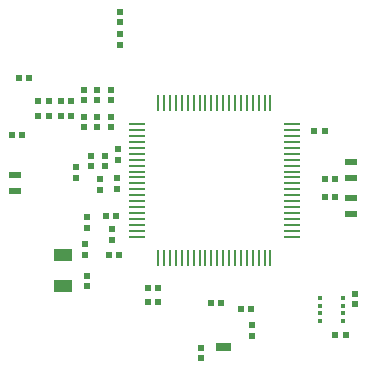
<source format=gtp>
G04*
G04 #@! TF.GenerationSoftware,Altium Limited,Altium Designer,18.0.12 (696)*
G04*
G04 Layer_Color=8421504*
%FSAX24Y24*%
%MOIN*%
G70*
G01*
G75*
%ADD17R,0.0236X0.0197*%
%ADD18R,0.0110X0.0540*%
%ADD19R,0.0540X0.0110*%
%ADD20R,0.0197X0.0236*%
%ADD21R,0.0394X0.0236*%
%ADD22O,0.0018X0.0117*%
%ADD23R,0.0138X0.0138*%
%ADD24R,0.0610X0.0394*%
G36*
X032246Y025028D02*
Y025272D01*
X031754D01*
Y025028D01*
X032246D01*
D02*
G37*
D17*
X027350Y033727D02*
D03*
Y033373D02*
D03*
X028250Y033727D02*
D03*
Y033373D02*
D03*
Y032827D02*
D03*
Y032473D02*
D03*
X027800Y032827D02*
D03*
Y032473D02*
D03*
X027350Y032827D02*
D03*
Y032473D02*
D03*
X027800Y033727D02*
D03*
Y033373D02*
D03*
X028550Y035577D02*
D03*
Y035223D02*
D03*
X027450Y029123D02*
D03*
Y029477D02*
D03*
X027079Y030794D02*
D03*
Y031148D02*
D03*
X028500Y031750D02*
D03*
Y031396D02*
D03*
X028050Y031527D02*
D03*
Y031173D02*
D03*
X027600Y031527D02*
D03*
Y031173D02*
D03*
X028450Y030423D02*
D03*
Y030777D02*
D03*
X027900Y030396D02*
D03*
Y030750D02*
D03*
X031250Y025127D02*
D03*
Y024773D02*
D03*
X027450Y027527D02*
D03*
Y027173D02*
D03*
X027400Y028577D02*
D03*
Y028223D02*
D03*
X028550Y035973D02*
D03*
Y036327D02*
D03*
X032950Y025523D02*
D03*
Y025877D02*
D03*
X036400Y026927D02*
D03*
Y026573D02*
D03*
X028277Y028723D02*
D03*
Y029077D02*
D03*
D18*
X029830Y033285D02*
D03*
X030027D02*
D03*
X030224D02*
D03*
X030420D02*
D03*
X030617D02*
D03*
X030814D02*
D03*
X031011D02*
D03*
X031208D02*
D03*
X031405D02*
D03*
X031602D02*
D03*
X031798D02*
D03*
X031995D02*
D03*
X032192D02*
D03*
X032389D02*
D03*
X032586D02*
D03*
X032783D02*
D03*
X032980D02*
D03*
X033176D02*
D03*
X033373D02*
D03*
X033570D02*
D03*
Y028115D02*
D03*
X033373D02*
D03*
X033176D02*
D03*
X032980D02*
D03*
X032783D02*
D03*
X032586D02*
D03*
X032389D02*
D03*
X032192D02*
D03*
X031995D02*
D03*
X031798D02*
D03*
X031602D02*
D03*
X031405D02*
D03*
X031208D02*
D03*
X031011D02*
D03*
X030814D02*
D03*
X030617D02*
D03*
X030420D02*
D03*
X030224D02*
D03*
X030027D02*
D03*
X029830D02*
D03*
D19*
X034285Y032570D02*
D03*
Y032373D02*
D03*
Y032176D02*
D03*
Y031980D02*
D03*
Y031783D02*
D03*
Y031586D02*
D03*
Y031389D02*
D03*
Y031192D02*
D03*
Y030995D02*
D03*
Y030798D02*
D03*
Y030602D02*
D03*
Y030405D02*
D03*
Y030208D02*
D03*
Y030011D02*
D03*
Y029814D02*
D03*
Y029617D02*
D03*
Y029420D02*
D03*
Y029224D02*
D03*
Y029027D02*
D03*
Y028830D02*
D03*
X029115D02*
D03*
Y029027D02*
D03*
Y029224D02*
D03*
Y029420D02*
D03*
Y029617D02*
D03*
Y029814D02*
D03*
Y030011D02*
D03*
Y030208D02*
D03*
Y030405D02*
D03*
Y030602D02*
D03*
Y030798D02*
D03*
Y030995D02*
D03*
Y031192D02*
D03*
Y031389D02*
D03*
Y031586D02*
D03*
Y031783D02*
D03*
Y031980D02*
D03*
Y032176D02*
D03*
Y032373D02*
D03*
Y032570D02*
D03*
D20*
X026927Y033350D02*
D03*
X026573D02*
D03*
X026927Y032850D02*
D03*
X026573D02*
D03*
X025823Y033350D02*
D03*
X026177D02*
D03*
X025823Y032850D02*
D03*
X026177D02*
D03*
X029827Y027100D02*
D03*
X029473D02*
D03*
X029827Y026650D02*
D03*
X029473D02*
D03*
X035727Y030750D02*
D03*
X035373D02*
D03*
X035727Y030150D02*
D03*
X035373D02*
D03*
X024946Y032201D02*
D03*
X025300D02*
D03*
X032573Y026400D02*
D03*
X032927D02*
D03*
X031927Y026600D02*
D03*
X031573D02*
D03*
X025173Y034101D02*
D03*
X025527D02*
D03*
X036077Y025550D02*
D03*
X035723D02*
D03*
X028073Y029500D02*
D03*
X028427D02*
D03*
X028173Y028200D02*
D03*
X028527D02*
D03*
X035377Y032350D02*
D03*
X035023D02*
D03*
D21*
X036250Y030774D02*
D03*
Y031326D02*
D03*
Y030126D02*
D03*
Y029574D02*
D03*
X025050Y030332D02*
D03*
Y030884D02*
D03*
D22*
X031744Y024776D02*
D03*
X032000D02*
D03*
X032258D02*
D03*
X032256Y025524D02*
D03*
X032000D02*
D03*
X031744D02*
D03*
D23*
X035984Y026784D02*
D03*
Y026272D02*
D03*
X035216Y026784D02*
D03*
Y026016D02*
D03*
X035984D02*
D03*
Y026528D02*
D03*
X035216Y026272D02*
D03*
Y026528D02*
D03*
D24*
X026650Y028212D02*
D03*
Y027188D02*
D03*
M02*

</source>
